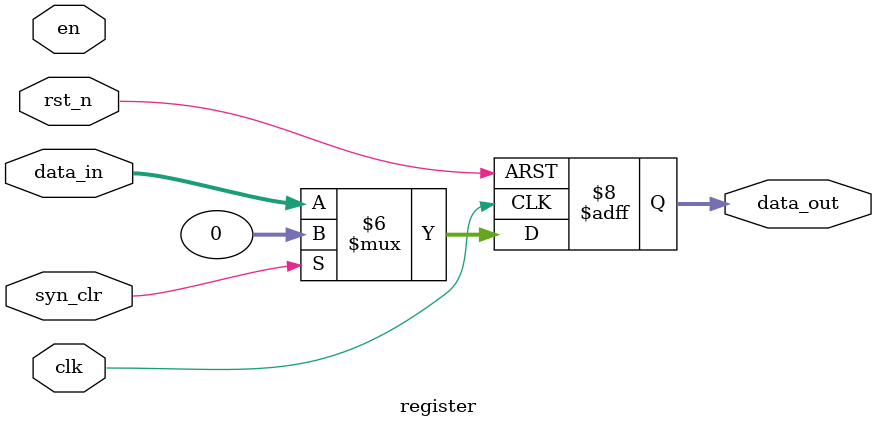
<source format=v>
module register #(
   parameter DATA_W = 32
)(
   input  wire                clk,
                              rst_n,
                              en,
                              syn_clr,     // synchronous clear
   input  wire [DATA_W-1:0]   data_in,
   output reg  [DATA_W-1:0]   data_out
);
   
   always @(posedge clk or negedge rst_n) begin
      if (~rst_n) begin
         data_out <= 0;
      end
      else begin
         if (syn_clr) begin
            data_out <= 0;
         end
         else begin
            if (en) begin
               data_out <= data_in;
            end
            else begin
               data_out <= data_in;
            end
         end
      end
   end

endmodule


// // In Altera devices, register signals have a set priority.
// // The HDL design should reflect this priority.
// always @ (negedge <reset> or posedge <asynch_load> or posedge <clock_signal>)
// begin
// 	// The asynchronous reset signal has highest priority
// 	if (!<reset>)
// 	begin
// 		<register_variable> <= 1'b0;
// 	end
// 	// Asynchronous load has next priority
// 	else if (<asynch_load>)
// 	begin
// 		<register_variable> <= <other_data>;
// 	end
// 	else
// 	begin
// 		// At a clock edge, if asynchronous signals have not taken priority,
// 		// respond to the appropriate synchronous signal.
// 		// Check for synchronous reset, then synchronous load.
// 		// If none of these takes precedence, update the register output 
// 		// to be the register input.
// 		if (<clock_enable>)
// 		begin
// 			if (!<synch_reset>)
// 			begin
// 				<register_variable> <= 1'b0;
// 			end
// 			else if (<synch_load>)
// 			begin
// 				<register_variable> <= <other_data>;
// 			end
// 			else
// 			begin
// 				<register_variable> <= <data>;
// 			end
// 		end
// 	end
// end



</source>
